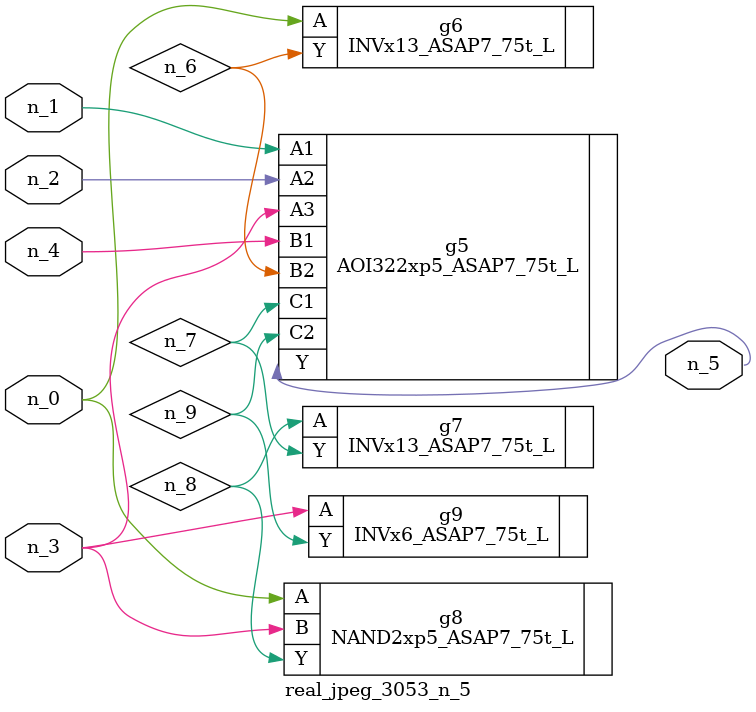
<source format=v>
module real_jpeg_3053_n_5 (n_4, n_0, n_1, n_2, n_3, n_5);

input n_4;
input n_0;
input n_1;
input n_2;
input n_3;

output n_5;

wire n_8;
wire n_6;
wire n_7;
wire n_9;

INVx13_ASAP7_75t_L g6 ( 
.A(n_0),
.Y(n_6)
);

NAND2xp5_ASAP7_75t_L g8 ( 
.A(n_0),
.B(n_3),
.Y(n_8)
);

AOI322xp5_ASAP7_75t_L g5 ( 
.A1(n_1),
.A2(n_2),
.A3(n_3),
.B1(n_4),
.B2(n_6),
.C1(n_7),
.C2(n_9),
.Y(n_5)
);

INVx6_ASAP7_75t_L g9 ( 
.A(n_3),
.Y(n_9)
);

INVx13_ASAP7_75t_L g7 ( 
.A(n_8),
.Y(n_7)
);


endmodule
</source>
